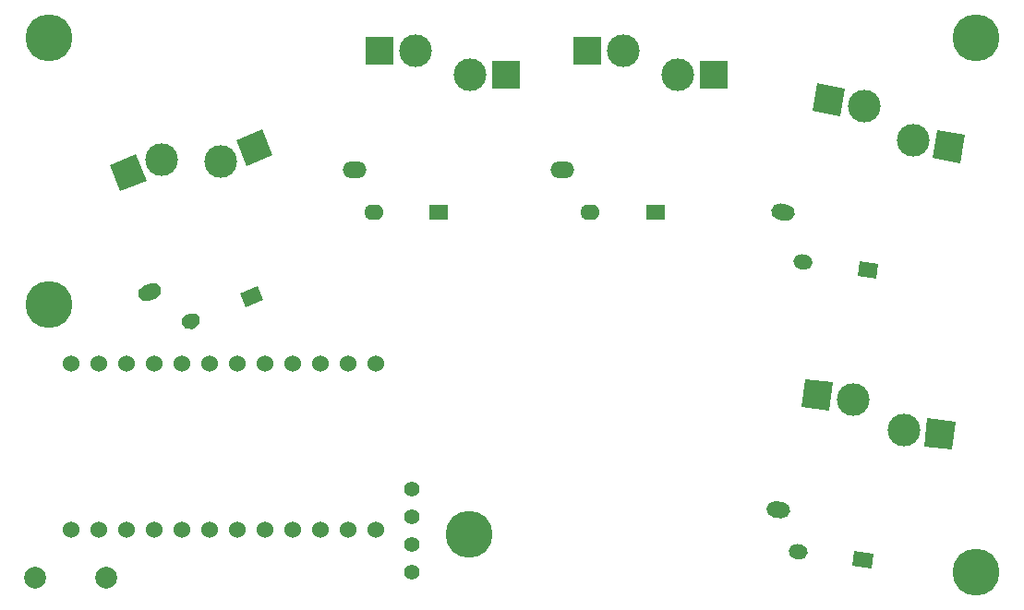
<source format=gbs>
%TF.GenerationSoftware,KiCad,Pcbnew,(5.1.9-0-10_14)*%
%TF.CreationDate,2021-05-28T20:21:16+09:00*%
%TF.ProjectId,quali5,7175616c-6935-42e6-9b69-6361645f7063,rev?*%
%TF.SameCoordinates,Original*%
%TF.FileFunction,Soldermask,Bot*%
%TF.FilePolarity,Negative*%
%FSLAX46Y46*%
G04 Gerber Fmt 4.6, Leading zero omitted, Abs format (unit mm)*
G04 Created by KiCad (PCBNEW (5.1.9-0-10_14)) date 2021-05-28 20:21:16*
%MOMM*%
%LPD*%
G01*
G04 APERTURE LIST*
%ADD10C,1.524000*%
%ADD11O,1.778000X1.397000*%
%ADD12R,1.778000X1.397000*%
%ADD13C,4.300000*%
%ADD14C,3.000000*%
%ADD15C,0.100000*%
%ADD16O,2.200000X1.500000*%
%ADD17R,2.600000X2.600000*%
%ADD18C,1.397000*%
%ADD19C,2.000000*%
G04 APERTURE END LIST*
D10*
%TO.C,U1*%
X81932000Y-117978600D03*
X84472000Y-117978600D03*
X87012000Y-117978600D03*
X89552000Y-117978600D03*
X92092000Y-117978600D03*
X94632000Y-117978600D03*
X97172000Y-117978600D03*
X99712000Y-117978600D03*
X102252000Y-117978600D03*
X104792000Y-117978600D03*
X107332000Y-117978600D03*
X109872000Y-117978600D03*
X109872000Y-133198600D03*
X107332000Y-133198600D03*
X104792000Y-133198600D03*
X102252000Y-133198600D03*
X99712000Y-133198600D03*
X97172000Y-133198600D03*
X94632000Y-133198600D03*
X92092000Y-133198600D03*
X89552000Y-133198600D03*
X87012000Y-133198600D03*
X84472000Y-133198600D03*
X81932000Y-133198600D03*
%TD*%
D11*
%TO.C,D3*%
X129540000Y-104060000D03*
D12*
X135540000Y-104060000D03*
%TD*%
D13*
%TO.C,Ref\u002A\u002A*%
X118410000Y-133590000D03*
%TD*%
%TO.C,Ref\u002A\u002A*%
X164910000Y-137090000D03*
%TD*%
%TO.C,Ref\u002A\u002A*%
X164910000Y-88090000D03*
%TD*%
%TO.C,Ref\u002A\u002A*%
X79910000Y-112590000D03*
%TD*%
%TO.C,Ref\u002A\u002A*%
X79910000Y-88090000D03*
%TD*%
D14*
%TO.C,SW2*%
X90229821Y-99224615D03*
X95689875Y-99391387D03*
D15*
G36*
X86451764Y-102153145D02*
G01*
X85477786Y-99742467D01*
X87888464Y-98768489D01*
X88862442Y-101179167D01*
X86451764Y-102153145D01*
G37*
G36*
X98031232Y-99847513D02*
G01*
X97057254Y-97436835D01*
X99467932Y-96462857D01*
X100441910Y-98873535D01*
X98031232Y-99847513D01*
G37*
G36*
G01*
X88147261Y-111822053D02*
X88147261Y-111822053D01*
G75*
G02*
X88561694Y-110845710I695388J280955D01*
G01*
X89210722Y-110583486D01*
G75*
G02*
X90187065Y-110997919I280955J-695388D01*
G01*
X90187065Y-110997919D01*
G75*
G02*
X89772632Y-111974262I-695388J-280955D01*
G01*
X89123604Y-112236486D01*
G75*
G02*
X88147261Y-111822053I-280955J695388D01*
G01*
G37*
%TD*%
D14*
%TO.C,SW6*%
X153629029Y-121233978D03*
X158323647Y-124026926D03*
D15*
G36*
X148904887Y-121963689D02*
G01*
X149221747Y-119383069D01*
X151802367Y-119699929D01*
X151485507Y-122280549D01*
X148904887Y-121963689D01*
G37*
G36*
X160150310Y-125560975D02*
G01*
X160467170Y-122980355D01*
X163047790Y-123297215D01*
X162730930Y-125877835D01*
X160150310Y-125560975D01*
G37*
G36*
G01*
X145700221Y-131242300D02*
X145700221Y-131242300D01*
G75*
G02*
X146536033Y-130589292I744410J-91402D01*
G01*
X147230815Y-130674600D01*
G75*
G02*
X147883823Y-131510412I-91402J-744410D01*
G01*
X147883823Y-131510412D01*
G75*
G02*
X147048011Y-132163420I-744410J91402D01*
G01*
X146353229Y-132078112D01*
G75*
G02*
X145700221Y-131242300I91402J744410D01*
G01*
G37*
%TD*%
D16*
%TO.C,SW3*%
X107940000Y-100170000D03*
D17*
X121790000Y-91470000D03*
X110190000Y-89270000D03*
D14*
X118490000Y-91470000D03*
X113490000Y-89270000D03*
%TD*%
D15*
%TO.C,D1*%
G36*
X99054156Y-110845517D02*
G01*
X99577481Y-112140793D01*
X97928948Y-112806843D01*
X97405623Y-111511567D01*
X99054156Y-110845517D01*
G37*
G36*
G01*
X93752715Y-113740794D02*
X93752715Y-113740794D01*
G75*
G02*
X93366740Y-114650095I-647638J-261663D01*
G01*
X93013482Y-114792821D01*
G75*
G02*
X92104181Y-114406846I-261663J647638D01*
G01*
X92104181Y-114406846D01*
G75*
G02*
X92490156Y-113497545I647638J261663D01*
G01*
X92843414Y-113354819D01*
G75*
G02*
X93752715Y-113740794I261663J-647638D01*
G01*
G37*
%TD*%
D11*
%TO.C,D2*%
X109680000Y-104060000D03*
D12*
X115680000Y-104060000D03*
%TD*%
D15*
%TO.C,D4*%
G36*
X155972775Y-108786264D02*
G01*
X155802524Y-110172851D01*
X154037777Y-109956168D01*
X154208028Y-108569581D01*
X155972775Y-108786264D01*
G37*
G36*
G01*
X149932373Y-108748342D02*
X149932373Y-108748342D01*
G75*
G02*
X149153954Y-109356509I-693293J85126D01*
G01*
X148775794Y-109310077D01*
G75*
G02*
X148167627Y-108531658I85126J693293D01*
G01*
X148167627Y-108531658D01*
G75*
G02*
X148946046Y-107923491I693293J-85126D01*
G01*
X149324206Y-107969923D01*
G75*
G02*
X149932373Y-108748342I-85126J-693293D01*
G01*
G37*
%TD*%
%TO.C,D5*%
G36*
X155535137Y-135370656D02*
G01*
X155364886Y-136757243D01*
X153600139Y-136540560D01*
X153770390Y-135153973D01*
X155535137Y-135370656D01*
G37*
G36*
G01*
X149494735Y-135332734D02*
X149494735Y-135332734D01*
G75*
G02*
X148716316Y-135940901I-693293J85126D01*
G01*
X148338156Y-135894469D01*
G75*
G02*
X147729989Y-135116050I85126J693293D01*
G01*
X147729989Y-135116050D01*
G75*
G02*
X148508408Y-134507883I693293J-85126D01*
G01*
X148886568Y-134554315D01*
G75*
G02*
X149494735Y-135332734I-85126J-693293D01*
G01*
G37*
%TD*%
D18*
%TO.C,OL1*%
X113210000Y-137090000D03*
X113210000Y-134550000D03*
X113210000Y-132010000D03*
X113210000Y-129470000D03*
%TD*%
D19*
%TO.C,SW1*%
X85160000Y-137590000D03*
X78660000Y-137590000D03*
%TD*%
D14*
%TO.C,SW4*%
X132540000Y-89270000D03*
X137540000Y-91470000D03*
D17*
X129240000Y-89270000D03*
X140840000Y-91470000D03*
D16*
X126990000Y-100170000D03*
%TD*%
%TO.C,SW5*%
G36*
G01*
X146140178Y-103874408D02*
X146140178Y-103874408D01*
G75*
G02*
X147014296Y-103273644I737441J-136677D01*
G01*
X147702574Y-103401208D01*
G75*
G02*
X148303338Y-104275326I-136677J-737441D01*
G01*
X148303338Y-104275326D01*
G75*
G02*
X147429220Y-104876090I-737441J136677D01*
G01*
X146740942Y-104748526D01*
G75*
G02*
X146140178Y-103874408I136677J737441D01*
G01*
G37*
D15*
G36*
X160910149Y-99085837D02*
G01*
X161383962Y-96529374D01*
X163940425Y-97003187D01*
X163466612Y-99559650D01*
X160910149Y-99085837D01*
G37*
G36*
X149905310Y-94808744D02*
G01*
X150379123Y-92252281D01*
X152935586Y-92726094D01*
X152461773Y-95282557D01*
X149905310Y-94808744D01*
G37*
D14*
X159180546Y-97443134D03*
X154665190Y-94368796D03*
%TD*%
M02*

</source>
